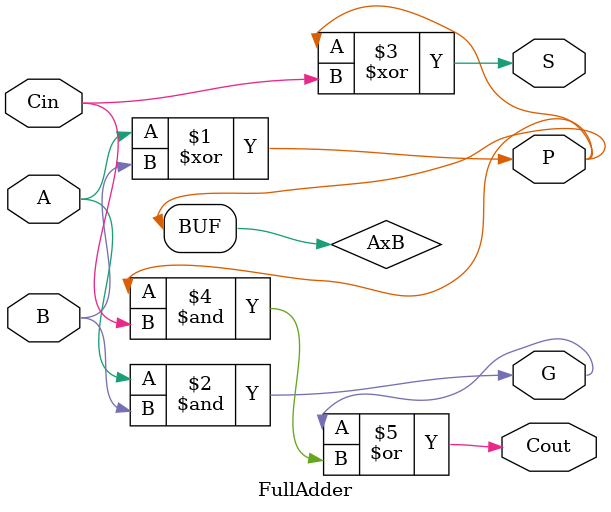
<source format=sv>
/**
cse3341, digital logic 2, lab 3
George Boone
1002055713

this really should be named GCLA2 not FullAdder. It just a hassle to track down all the names to change

*/

module FullAdder(
	input A,		//a bit
	input B,		//a bit
	input Cin,	//carry in
	
	output S,		//sum
	output Cout,	//carry out
	output G,		//generate
	output P			//propagate, xor
);
	logic AxB;
	
	assign AxB = A ^ B;
 
	assign G = A & B;
	assign P = AxB;
	assign S = P ^ Cin;
	assign Cout = G | (P & Cin); 
	
endmodule


</source>
